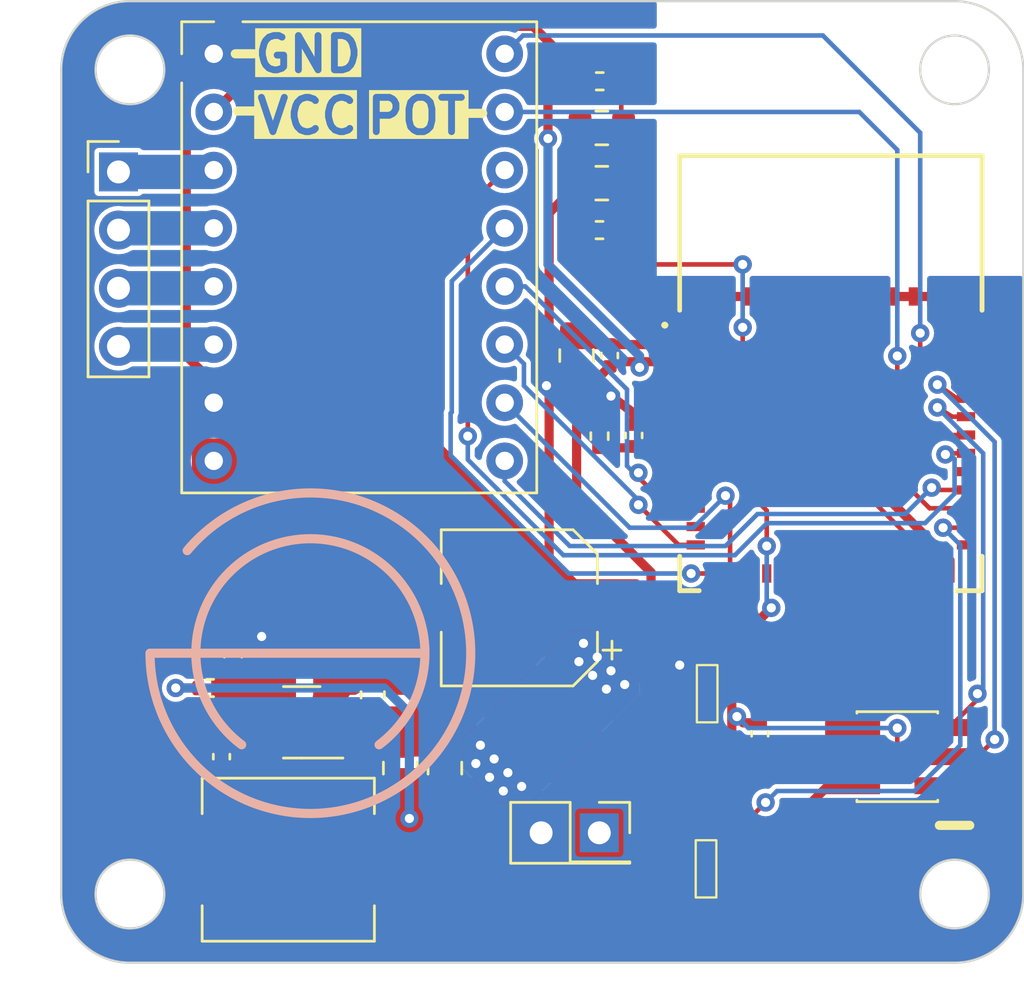
<source format=kicad_pcb>
(kicad_pcb (version 20221018) (generator pcbnew)
  (layers (0 "F.Cu" signal) (31 "B.Cu" signal) (34 "B.Paste" user) (35 "F.Paste" user) (36 "B.SilkS" user "B.Silkscreen") (37 "F.SilkS" user "F.Silkscreen") (38 "B.Mask" user) (39 "F.Mask" user) (44 "Edge.Cuts" user))
  (net 0 "")
  (net 1 "GND")
  (net 2 "+3.3V")
  (net 3 "M_1B")
  (net 4 "M_1A")
  (net 5 "M_2A")
  (net 6 "M_2B")
  (net 7 "MOT_EN")
  (net 8 "MOT_RST")
  (net 9 "MOT_SLEEP")
  (net 10 "MOT_STEP")
  (net 11 "MOT_DIR")
  (net 12 "/BST")
  (net 13 "/SW")
  (net 14 "ESP_EN")
  (net 15 "Button")
  (net 16 "POT")
  (net 17 "ESP_IO0")
  (net 18 "S_LED")
  (net 19 "ESP_RXD")
  (net 20 "ESP_TXD")
  (net 21 "+12V")
  (net 22 "/FB")
  (net 23 "3.3V_EN")
  (net 24 "MS1")
  (net 25 "MS2")
  (net 26 "MS3")
  (net 27 "Net-(D7-A)")
  (net 28 "Net-(D8-A)")
  (footprint "Push_Button:button_RKB2SJK250SMTR LFS" (layer "F.Cu") (at 148.2 90.25 90)
    (fp_text reference "SW7" hide)
    (fp_text value "Reset")
    (pad "1" smd rect (at -2.25 -1.075 90) (size 0.7 0.75) (layers "F.Cu" "F.Paste" "F.Mask") (net 1 "GND"))
    (pad "1" smd rect (at 2.25 -1.075 90) (size 0.7 0.75) (layers "F.Cu" "F.Paste" "F.Mask") (net 1 "GND"))
    (pad "2" smd rect (at -2.25 1.075 90) (size 0.7 0.75) (layers "F.Cu" "F.Paste" "F.Mask") (net 14 "ESP_EN"))
    (pad "2" smd rect (at 2.25 1.075 90) (size 0.7 0.75) (layers "F.Cu" "F.Paste" "F.Mask") (net 14 "ESP_EN"))
  )
  (footprint "Resistor_SMD:R_0402_1005Metric" (layer "F.Cu") (at 143.5 70 180)
    (fp_text reference "R11" hide)
    (fp_text value "5.1k")
    (pad "1" smd roundrect (at -0.51 0 180) (size 0.54 0.64) (layers "F.Cu" "F.Paste" "F.Mask") (net 18 "S_LED"))
    (pad "2" smd roundrect (at 0.51 0 180) (size 0.54 0.64) (layers "F.Cu" "F.Paste" "F.Mask") (net 28 "Net-(D8-A)"))
  )
  (footprint "Capacitor_SMD:C_0402_1005Metric" (layer "F.Cu") (at 145 78.97 90)
    (fp_text reference "C13" hide)
    (fp_text value "1u")
    (pad "1" smd roundrect (at -0.48 0 90) (size 0.56 0.62) (layers "F.Cu" "F.Paste" "F.Mask") (net 14 "ESP_EN"))
    (pad "2" smd roundrect (at 0.48 0 90) (size 0.56 0.62) (layers "F.Cu" "F.Paste" "F.Mask") (net 1 "GND"))
  )
  (footprint "Capacitor_SMD:C_0805_2012Metric" (layer "F.Cu") (at 134.8 93.5 90)
    (fp_text reference "C9" hide)
    (fp_text value "22u")
    (pad "1" smd roundrect (at -0.95 0 90) (size 1 1.45) (layers "F.Cu" "F.Paste" "F.Mask") (net 2 "+3.3V"))
    (pad "2" smd roundrect (at 0.95 0 90) (size 1 1.45) (layers "F.Cu" "F.Paste" "F.Mask") (net 1 "GND"))
  )
  (footprint "Capacitor_SMD:C_0805_2012Metric" (layer "F.Cu") (at 143.6 65.54)
    (fp_text reference "D7" hide)
    (fp_text value "LED")
    (pad "1" smd roundrect (at -0.95 0) (size 1 1.45) (layers "F.Cu" "F.Paste" "F.Mask") (net 1 "GND"))
    (pad "2" smd roundrect (at 0.95 0) (size 1 1.45) (layers "F.Cu" "F.Paste" "F.Mask") (net 27 "Net-(D7-A)"))
  )
  (footprint "Capacitor_SMD:C_0402_1005Metric" (layer "F.Cu") (at 143.94 75.48 90)
    (fp_text reference "C12" hide)
    (fp_text value "0.1u")
    (pad "1" smd roundrect (at -0.48 0 90) (size 0.56 0.62) (layers "F.Cu" "F.Paste" "F.Mask") (net 2 "+3.3V"))
    (pad "2" smd roundrect (at 0.48 0 90) (size 0.56 0.62) (layers "F.Cu" "F.Paste" "F.Mask") (net 1 "GND"))
  )
  (footprint "Capacitor_SMD:C_0402_1005Metric" (layer "F.Cu") (at 150.5 92 -90)
    (fp_text reference "C14" hide)
    (fp_text value "0.1u")
    (pad "1" smd roundrect (at -0.48 0 270) (size 0.56 0.62) (layers "F.Cu" "F.Paste" "F.Mask") (net 14 "ESP_EN"))
    (pad "2" smd roundrect (at 0.48 0 270) (size 0.56 0.62) (layers "F.Cu" "F.Paste" "F.Mask") (net 1 "GND"))
  )
  (footprint "ESP32MINI1N4:ESP32MINI1N4" (layer "F.Cu") (at 153.6 78.95)
    (fp_text reference "IC7" hide)
    (fp_text value "ESP32-C3-MINI-1-N4" hide)
    (pad "1" smd rect (at -5.9 -4.8 90) (size 0.4 0.8) (layers "F.Cu" "F.Paste" "F.Mask") (net 1 "GND"))
    (pad "2" smd rect (at -5.9 -4 90) (size 0.4 0.8) (layers "F.Cu" "F.Paste" "F.Mask") (net 1 "GND"))
    (pad "3" smd rect (at -5.9 -3.2 90) (size 0.4 0.8) (layers "F.Cu" "F.Paste" "F.Mask") (net 2 "+3.3V"))
    (pad "4" smd rect (at -5.9 -2.4 90) (size 0.4 0.8) (layers "F.Cu" "F.Paste" "F.Mask"))
    (pad "5" smd rect (at -5.9 -1.6 90) (size 0.4 0.8) (layers "F.Cu" "F.Paste" "F.Mask"))
    (pad "6" smd rect (at -5.9 -0.8 90) (size 0.4 0.8) (layers "F.Cu" "F.Paste" "F.Mask"))
    (pad "7" smd rect (at -5.9 0 90) (size 0.4 0.8) (layers "F.Cu" "F.Paste" "F.Mask"))
    (pad "8" smd rect (at -5.9 0.8 90) (size 0.4 0.8) (layers "F.Cu" "F.Paste" "F.Mask") (net 14 "ESP_EN"))
    (pad "9" smd rect (at -5.9 1.6 90) (size 0.4 0.8) (layers "F.Cu" "F.Paste" "F.Mask"))
    (pad "10" smd rect (at -5.9 2.4 90) (size 0.4 0.8) (layers "F.Cu" "F.Paste" "F.Mask"))
    (pad "11" smd rect (at -5.9 3.2 90) (size 0.4 0.8) (layers "F.Cu" "F.Paste" "F.Mask") (net 26 "MS3"))
    (pad "12" smd rect (at -5.9 4 90) (size 0.4 0.8) (layers "F.Cu" "F.Paste" "F.Mask"))
    (pad "13" smd rect (at -5.9 4.8 90) (size 0.4 0.8) (layers "F.Cu" "F.Paste" "F.Mask") (net 25 "MS2"))
    (pad "14" smd rect (at -5.2 6.05) (size 0.4 0.8) (layers "F.Cu" "F.Paste" "F.Mask") (net 8 "MOT_RST"))
    (pad "15" smd rect (at -4.4 6.05) (size 0.4 0.8) (layers "F.Cu" "F.Paste" "F.Mask") (net 24 "MS1"))
    (pad "16" smd rect (at -3.6 6.05) (size 0.4 0.8) (layers "F.Cu" "F.Paste" "F.Mask"))
    (pad "17" smd rect (at -2.8 6.05) (size 0.4 0.8) (layers "F.Cu" "F.Paste" "F.Mask"))
    (pad "18" smd rect (at -2 6.05) (size 0.4 0.8) (layers "F.Cu" "F.Paste" "F.Mask") (net 16 "POT"))
    (pad "19" smd rect (at -1.2 6.05) (size 0.4 0.8) (layers "F.Cu" "F.Paste" "F.Mask"))
    (pad "20" smd rect (at -0.4 6.05) (size 0.4 0.8) (layers "F.Cu" "F.Paste" "F.Mask"))
    (pad "21" smd rect (at 0.4 6.05) (size 0.4 0.8) (layers "F.Cu" "F.Paste" "F.Mask") (net 17 "ESP_IO0"))
    (pad "22" smd rect (at 1.2 6.05) (size 0.4 0.8) (layers "F.Cu" "F.Paste" "F.Mask"))
    (pad "23" smd rect (at 2 6.05) (size 0.4 0.8) (layers "F.Cu" "F.Paste" "F.Mask"))
    (pad "24" smd rect (at 2.8 6.05) (size 0.4 0.8) (layers "F.Cu" "F.Paste" "F.Mask"))
    (pad "25" smd rect (at 3.6 6.05) (size 0.4 0.8) (layers "F.Cu" "F.Paste" "F.Mask"))
    (pad "26" smd rect (at 4.4 6.05) (size 0.4 0.8) (layers "F.Cu" "F.Paste" "F.Mask") (net 18 "S_LED"))
    (pad "27" smd rect (at 5.2 6.05) (size 0.4 0.8) (layers "F.Cu" "F.Paste" "F.Mask") (net 1 "GND"))
    (pad "28" smd rect (at 5.9 4.8 90) (size 0.4 0.8) (layers "F.Cu" "F.Paste" "F.Mask"))
    (pad "29" smd rect (at 5.9 4 90) (size 0.4 0.8) (layers "F.Cu" "F.Paste" "F.Mask") (net 15 "Button"))
    (pad "30" smd rect (at 5.9 3.2 90) (size 0.4 0.8) (layers "F.Cu" "F.Paste" "F.Mask") (net 10 "MOT_STEP"))
    (pad "31" smd rect (at 5.9 2.4 90) (size 0.4 0.8) (layers "F.Cu" "F.Paste" "F.Mask") (net 7 "MOT_EN"))
    (pad "32" smd rect (at 5.9 1.6 90) (size 0.4 0.8) (layers "F.Cu" "F.Paste" "F.Mask"))
    (pad "33" smd rect (at 5.9 0.8 90) (size 0.4 0.8) (layers "F.Cu" "F.Paste" "F.Mask") (net 9 "MOT_SLEEP"))
    (pad "34" smd rect (at 5.9 0 90) (size 0.4 0.8) (layers "F.Cu" "F.Paste" "F.Mask") (net 11 "MOT_DIR"))
    (pad "35" smd rect (at 5.9 -0.8 90) (size 0.4 0.8) (layers "F.Cu" "F.Paste" "F.Mask") (net 19 "ESP_RXD"))
    (pad "36" smd rect (at 5.9 -1.6 90) (size 0.4 0.8) (layers "F.Cu" "F.Paste" "F.Mask") (net 20 "ESP_TXD"))
    (pad "37" smd rect (at 5.9 -2.4 90) (size 0.4 0.8) (layers "F.Cu" "F.Paste" "F.Mask"))
    (pad "38" smd rect (at 5.9 -3.2 90) (size 0.4 0.8) (layers "F.Cu" "F.Paste" "F.Mask") (net 1 "GND"))
    (pad "39" smd rect (at 5.9 -4 90) (size 0.4 0.8) (layers "F.Cu" "F.Paste" "F.Mask") (net 1 "GND"))
    (pad "40" smd rect (at 5.9 -4.8 90) (size 0.4 0.8) (layers "F.Cu" "F.Paste" "F.Mask") (net 1 "GND"))
    (pad "41" smd rect (at 5.2 -6.05) (size 0.4 0.8) (layers "F.Cu" "F.Paste" "F.Mask") (net 1 "GND"))
    (pad "42" smd rect (at 4.4 -6.05) (size 0.4 0.8) (layers "F.Cu" "F.Paste" "F.Mask") (net 1 "GND"))
    (pad "43" smd rect (at 3.6 -6.05) (size 0.4 0.8) (layers "F.Cu" "F.Paste" "F.Mask") (net 1 "GND"))
    (pad "44" smd rect (at 2.8 -6.05) (size 0.4 0.8) (layers "F.Cu" "F.Paste" "F.Mask") (net 1 "GND"))
    (pad "45" smd rect (at 2 -6.05) (size 0.4 0.8) (layers "F.Cu" "F.Paste" "F.Mask") (net 1 "GND"))
    (pad "46" smd rect (at 1.2 -6.05) (size 0.4 0.8) (layers "F.Cu" "F.Paste" "F.Mask") (net 1 "GND"))
    (pad "47" smd rect (at 0.4 -6.05) (size 0.4 0.8) (layers "F.Cu" "F.Paste" "F.Mask") (net 1 "GND"))
    (pad "48" smd rect (at -0.4 -6.05) (size 0.4 0.8) (layers "F.Cu" "F.Paste" "F.Mask") (net 1 "GND"))
    (pad "49" smd rect (at -1.2 -6.05) (size 0.4 0.8) (layers "F.Cu" "F.Paste" "F.Mask") (net 1 "GND"))
    (pad "50" smd rect (at -2 -6.05) (size 0.4 0.8) (layers "F.Cu" "F.Paste" "F.Mask") (net 1 "GND"))
    (pad "51" smd rect (at -2.8 -6.05) (size 0.4 0.8) (layers "F.Cu" "F.Paste" "F.Mask") (net 1 "GND"))
    (pad "52" smd rect (at -3.6 -6.05) (size 0.4 0.8) (layers "F.Cu" "F.Paste" "F.Mask") (net 1 "GND"))
    (pad "53" smd rect (at -4.4 -6.05) (size 0.4 0.8) (layers "F.Cu" "F.Paste" "F.Mask") (net 1 "GND"))
    (pad "54" smd rect (at -5.2 -6.05) (size 0.4 0.8) (layers "F.Cu" "F.Paste" "F.Mask") (net 1 "GND"))
    (pad "55" smd rect (at 0 0 90) (size 4 4) (layers "F.Cu" "F.Paste" "F.Mask") (net 1 "GND"))
  )
  (footprint "Connector_PinHeader_1.27mm:PinHeader_2x03_P1.27mm_Vertical_SMD" (layer "F.Cu") (at 156.5 93 180)
    (fp_text reference "J8" hide)
    (fp_text value "UART")
    (pad "1" smd rect (at -1.95 -1.27 180) (size 2.4 0.74) (layers "F.Cu" "F.Paste" "F.Mask") (net 14 "ESP_EN"))
    (pad "2" smd rect (at 1.95 -1.27 180) (size 2.4 0.74) (layers "F.Cu" "F.Paste" "F.Mask") (net 2 "+3.3V"))
    (pad "3" smd rect (at -1.95 0 180) (size 2.4 0.74) (layers "F.Cu" "F.Paste" "F.Mask") (net 20 "ESP_TXD"))
    (pad "4" smd rect (at 1.95 0 180) (size 2.4 0.74) (layers "F.Cu" "F.Paste" "F.Mask") (net 1 "GND"))
    (pad "5" smd rect (at -1.95 1.27 180) (size 2.4 0.74) (layers "F.Cu" "F.Paste" "F.Mask") (net 19 "ESP_RXD"))
    (pad "6" smd rect (at 1.95 1.27 180) (size 2.4 0.74) (layers "F.Cu" "F.Paste" "F.Mask") (net 17 "ESP_IO0"))
  )
  (footprint "Capacitor_SMD:C_0603_1608Metric" (layer "F.Cu") (at 133.6 90.3 -90)
    (fp_text reference "C7" hide)
    (fp_text value "10u")
    (pad "1" smd roundrect (at -0.775 0 270) (size 0.9 0.95) (layers "F.Cu" "F.Paste" "F.Mask") (net 21 "+12V"))
    (pad "2" smd roundrect (at 0.775 0 270) (size 0.9 0.95) (layers "F.Cu" "F.Paste" "F.Mask") (net 1 "GND"))
  )
  (footprint "Resistor_SMD:R_0402_1005Metric" (layer "F.Cu") (at 126.5 90)
    (fp_text reference "R7" hide)
    (fp_text value "31.6k")
    (pad "1" smd roundrect (at -0.51 0) (size 0.54 0.64) (layers "F.Cu" "F.Paste" "F.Mask") (net 2 "+3.3V"))
    (pad "2" smd roundrect (at 0.51 0) (size 0.54 0.64) (layers "F.Cu" "F.Paste" "F.Mask") (net 22 "/FB"))
  )
  (footprint "Resistor_SMD:R_0402_1005Metric" (layer "F.Cu") (at 143.5 79 -90)
    (fp_text reference "R10" hide)
    (fp_text value "10k")
    (pad "1" smd roundrect (at -0.51 0 270) (size 0.54 0.64) (layers "F.Cu" "F.Paste" "F.Mask") (net 2 "+3.3V"))
    (pad "2" smd roundrect (at 0.51 0 270) (size 0.54 0.64) (layers "F.Cu" "F.Paste" "F.Mask") (net 14 "ESP_EN"))
  )
  (footprint "Connector_PinHeader_2.54mm:PinHeader_1x04_P2.54mm_Vertical" (layer "F.Cu") (at 122.5 67.46)
    (fp_text reference "J9" hide)
    (fp_text value "Motor_Header")
    (pad "1" thru_hole rect (at 0 0) (size 1.7 1.7) (drill 1) (layers "*.Cu" "*.Mask") (net 3 "M_1B"))
    (pad "2" thru_hole oval (at 0 2.54) (size 1.7 1.7) (drill 1) (layers "*.Cu" "*.Mask") (net 4 "M_1A"))
    (pad "3" thru_hole oval (at 0 5.08) (size 1.7 1.7) (drill 1) (layers "*.Cu" "*.Mask") (net 5 "M_2A"))
    (pad "4" thru_hole oval (at 0 7.62) (size 1.7 1.7) (drill 1) (layers "*.Cu" "*.Mask") (net 6 "M_2B"))
  )
  (footprint "Capacitor_SMD:C_0402_1005Metric" (layer "F.Cu") (at 127 93 -90)
    (fp_text reference "C8" hide)
    (fp_text value "0.1u")
    (pad "1" smd roundrect (at -0.48 0 270) (size 0.56 0.62) (layers "F.Cu" "F.Paste" "F.Mask") (net 12 "/BST"))
    (pad "2" smd roundrect (at 0.48 0 270) (size 0.56 0.62) (layers "F.Cu" "F.Paste" "F.Mask") (net 13 "/SW"))
  )
  (footprint "Capacitor_SMD:C_0805_2012Metric" (layer "F.Cu") (at 143.6 67.95)
    (fp_text reference "D8" hide)
    (fp_text value "LED")
    (pad "1" smd roundrect (at -0.95 0) (size 1 1.45) (layers "F.Cu" "F.Paste" "F.Mask") (net 1 "GND"))
    (pad "2" smd roundrect (at 0.95 0) (size 1 1.45) (layers "F.Cu" "F.Paste" "F.Mask") (net 28 "Net-(D8-A)"))
  )
  (footprint "Inductor_SMD:L_Sunlord_MWSA0618S" (layer "F.Cu") (at 129.9125 97.5)
    (fp_text reference "L7" hide)
    (fp_text value "3.3u")
    (pad "1" smd rect (at -3.025 0) (size 2.35 3.5) (layers "F.Cu" "F.Paste" "F.Mask") (net 13 "/SW"))
    (pad "2" smd rect (at 3.025 0) (size 2.35 3.5) (layers "F.Cu" "F.Paste" "F.Mask") (net 2 "+3.3V"))
  )
  (footprint "Capacitor_SMD:CP_Elec_6.3x5.9" (layer "F.Cu") (at 140 86.5 180)
    (fp_text reference "C16" hide)
    (fp_text value "47u")
    (pad "1" smd roundrect (at -2.8 0 180) (size 3.5 1.6) (layers "F.Cu" "F.Paste" "F.Mask") (roundrect_rratio 0.15625) (net 1 "GND"))
    (pad "2" smd roundrect (at 2.8 0 180) (size 3.5 1.6) (layers "F.Cu" "F.Paste" "F.Mask") (roundrect_rratio 0.15625) (net 21 "+12V"))
  )
  (footprint "Capacitor_SMD:C_0805_2012Metric" (layer "F.Cu") (at 142.5 75.48 90)
    (fp_text reference "C11" hide)
    (fp_text value "22u")
    (pad "1" smd roundrect (at -0.95 0 90) (size 1 1.45) (layers "F.Cu" "F.Paste" "F.Mask") (net 2 "+3.3V"))
    (pad "2" smd roundrect (at 0.95 0 90) (size 1 1.45) (layers "F.Cu" "F.Paste" "F.Mask") (net 1 "GND"))
  )
  (footprint "Connector_PinSocket_2.54mm:PinSocket_2x01_P2.54mm_Vertical" (layer "F.Cu") (at 143.49 96.325)
    (fp_text reference "J7" hide)
    (fp_text value "Power")
    (pad "1" thru_hole rect (at 0 0) (size 1.7 1.7) (drill 1) (layers "*.Cu" "*.Mask") (net 21 "+12V"))
    (pad "2" thru_hole oval (at -2.54 0) (size 1.7 1.7) (drill 1) (layers "*.Cu" "*.Mask") (net 1 "GND"))
  )
  (footprint "Package_TO_SOT_SMD:TSOT-23-6" (layer "F.Cu") (at 130.5 91.5 180)
    (fp_text reference "U7" hide)
    (fp_text value "~")
    (pad "1" smd roundrect (at -1.1375 -0.95 180) (size 1.325 0.6) (layers "F.Cu" "F.Paste" "F.Mask") (net 1 "GND"))
    (pad "2" smd roundrect (at -1.1375 0 180) (size 1.325 0.6) (layers "F.Cu" "F.Paste" "F.Mask") (net 13 "/SW"))
    (pad "3" smd roundrect (at -1.1375 0.95 180) (size 1.325 0.6) (layers "F.Cu" "F.Paste" "F.Mask") (net 21 "+12V"))
    (pad "4" smd roundrect (at 1.1375 0.95 180) (size 1.325 0.6) (layers "F.Cu" "F.Paste" "F.Mask") (net 22 "/FB"))
    (pad "5" smd roundrect (at 1.1375 0 180) (size 1.325 0.6) (layers "F.Cu" "F.Paste" "F.Mask") (net 23 "3.3V_EN"))
    (pad "6" smd roundrect (at 1.1375 -0.95 180) (size 1.325 0.6) (layers "F.Cu" "F.Paste" "F.Mask") (net 12 "/BST"))
  )
  (footprint "Module:Pololu_Breakout-16_15.2x20.3mm" (layer "F.Cu") (at 126.66 62.3)
    (fp_text reference "A7" hide)
    (fp_text value "Pololu_Breakout_A4988")
    (pad "1" thru_hole rect (at 0 0) (size 1.6 1.6) (drill 0.8) (layers "*.Cu" "*.Mask") (net 1 "GND"))
    (pad "2" thru_hole oval (at 0 2.54) (size 1.6 1.6) (drill 0.8) (layers "*.Cu" "*.Mask") (net 2 "+3.3V"))
    (pad "3" thru_hole oval (at 0 5.08) (size 1.6 1.6) (drill 0.8) (layers "*.Cu" "*.Mask") (net 3 "M_1B"))
    (pad "4" thru_hole oval (at 0 7.62) (size 1.6 1.6) (drill 0.8) (layers "*.Cu" "*.Mask") (net 4 "M_1A"))
    (pad "5" thru_hole oval (at 0 10.16) (size 1.6 1.6) (drill 0.8) (layers "*.Cu" "*.Mask") (net 5 "M_2A"))
    (pad "6" thru_hole oval (at 0 12.7) (size 1.6 1.6) (drill 0.8) (layers "*.Cu" "*.Mask") (net 6 "M_2B"))
    (pad "7" thru_hole oval (at 0 15.24) (size 1.6 1.6) (drill 0.8) (layers "*.Cu" "*.Mask") (net 1 "GND"))
    (pad "8" thru_hole oval (at 0 17.78) (size 1.6 1.6) (drill 0.8) (layers "*.Cu" "*.Mask") (net 21 "+12V"))
    (pad "9" thru_hole oval (at 12.7 17.78) (size 1.6 1.6) (drill 0.8) (layers "*.Cu" "*.Mask") (net 7 "MOT_EN"))
    (pad "10" thru_hole oval (at 12.7 15.24) (size 1.6 1.6) (drill 0.8) (layers "*.Cu" "*.Mask") (net 24 "MS1"))
    (pad "11" thru_hole oval (at 12.7 12.7) (size 1.6 1.6) (drill 0.8) (layers "*.Cu" "*.Mask") (net 25 "MS2"))
    (pad "12" thru_hole oval (at 12.7 10.16) (size 1.6 1.6) (drill 0.8) (layers "*.Cu" "*.Mask") (net 26 "MS3"))
    (pad "13" thru_hole oval (at 12.7 7.62) (size 1.6 1.6) (drill 0.8) (layers "*.Cu" "*.Mask") (net 8 "MOT_RST"))
    (pad "14" thru_hole oval (at 12.7 5.08) (size 1.6 1.6) (drill 0.8) (layers "*.Cu" "*.Mask") (net 9 "MOT_SLEEP"))
    (pad "15" thru_hole oval (at 12.7 2.54) (size 1.6 1.6) (drill 0.8) (layers "*.Cu" "*.Mask") (net 10 "MOT_STEP"))
    (pad "16" thru_hole oval (at 12.7 0) (size 1.6 1.6) (drill 0.8) (layers "*.Cu" "*.Mask") (net 11 "MOT_DIR"))
  )
  (footprint "Push_Button:button_RKB2SJK250SMTR LFS" (layer "F.Cu") (at 148.2 97.9 90)
    (fp_text reference "SW8" hide)
    (fp_text value "General Input")
    (pad "1" smd rect (at -2.25 -1.125 90) (size 0.7 0.75) (layers "F.Cu" "F.Paste" "F.Mask") (net 1 "GND"))
    (pad "1" smd rect (at 2.25 -1.125 90) (size 0.7 0.75) (layers "F.Cu" "F.Paste" "F.Mask") (net 1 "GND"))
    (pad "2" smd rect (at -2.25 1.025 90) (size 0.7 0.75) (layers "F.Cu" "F.Paste" "F.Mask") (net 15 "Button"))
    (pad "2" smd rect (at 2.25 1.025 90) (size 0.7 0.75) (layers "F.Cu" "F.Paste" "F.Mask") (net 15 "Button"))
  )
  (footprint "Resistor_SMD:R_0402_1005Metric" (layer "F.Cu") (at 127.5 88.5 90)
    (fp_text reference "R8" hide)
    (fp_text value "10k")
    (pad "1" smd roundrect (at -0.51 0 90) (size 0.54 0.64) (layers "F.Cu" "F.Paste" "F.Mask") (net 22 "/FB"))
    (pad "2" smd roundrect (at 0.51 0 90) (size 0.54 0.64) (layers "F.Cu" "F.Paste" "F.Mask") (net 1 "GND"))
  )
  (footprint "Capacitor_SMD:C_0805_2012Metric" (layer "F.Cu") (at 136.75 93.5 90)
    (fp_text reference "C10" hide)
    (fp_text value "22u")
    (pad "1" smd roundrect (at -0.95 0 90) (size 1 1.45) (layers "F.Cu" "F.Paste" "F.Mask") (net 2 "+3.3V"))
    (pad "2" smd roundrect (at 0.95 0 90) (size 1 1.45) (layers "F.Cu" "F.Paste" "F.Mask") (net 1 "GND"))
  )
  (footprint "Resistor_SMD:R_0402_1005Metric" (layer "F.Cu") (at 143.51 63.5)
    (fp_text reference "R9" hide)
    (fp_text value "5.1k")
    (pad "1" smd roundrect (at -0.51 0) (size 0.54 0.64) (layers "F.Cu" "F.Paste" "F.Mask") (net 2 "+3.3V"))
    (pad "2" smd roundrect (at 0.51 0) (size 0.54 0.64) (layers "F.Cu" "F.Paste" "F.Mask") (net 27 "Net-(D7-A)"))
  )
  (gr_line (start 135.877549 88.481291) (end 123.877549 88.481291) (stroke (width 0.4)) (layer "B.SilkS"))
  (gr_arc (start 127.877549 92.481291) (mid 130.877549 83.481293) (end 133.877549 92.481291) (stroke (width 0.4)) (layer "B.SilkS"))
  (gr_arc (start 125.5 84) (mid 137.459444 90.864266) (end 123.877549 88.481291) (stroke (width 0.4)) (layer "B.SilkS"))
  (gr_line (start 137.6 64.9) (end 138.4 64.9) (stroke (width 0.4)) (layer "F.SilkS"))
  (gr_line (start 127.6 62.3) (end 128.4 62.3) (stroke (width 0.4)) (layer "F.SilkS"))
  (gr_line (start 127.7 64.8) (end 128.5 64.8) (stroke (width 0.4)) (layer "F.SilkS"))
  (gr_arc (start 159 60) (mid 161.12132 60.87868) (end 162 63) (stroke (width 0.1)) (layer "Edge.Cuts"))
  (gr_circle (center 123 63) (end 123 61.5) (stroke (width 0.1)) (fill none) (layer "Edge.Cuts"))
  (gr_circle (center 158.999999 98.999999) (end 160.499999 98.999999) (stroke (width 0.1)) (fill none) (layer "Edge.Cuts"))
  (gr_line (start 120 63) (end 120 99) (stroke (width 0.1)) (layer "Edge.Cuts"))
  (gr_arc (start 120 63) (mid 120.87868 60.87868) (end 123 60) (stroke (width 0.1)) (layer "Edge.Cuts"))
  (gr_arc (start 162 99) (mid 161.12132 101.12132) (end 159 102) (stroke (width 0.1)) (layer "Edge.Cuts"))
  (gr_line (start 162 99) (end 162 63) (stroke (width 0.1)) (layer "Edge.Cuts"))
  (gr_line (start 123 102) (end 159 102) (stroke (width 0.1)) (layer "Edge.Cuts"))
  (gr_circle (center 123.000001 98.999999) (end 124.500001 98.999999) (stroke (width 0.1)) (fill none) (layer "Edge.Cuts"))
  (gr_circle (center 158.999999 63.000001) (end 160.499999 63.000001) (stroke (width 0.1)) (fill none) (layer "Edge.Cuts"))
  (gr_line (start 159 60) (end 123 60) (stroke (width 0.1)) (layer "Edge.Cuts"))
  (gr_arc (start 123 102) (mid 120.87868 101.12132) (end 120 99) (stroke (width 0.1)) (layer "Edge.Cuts"))
  (gr_text "POT" (at 133.2 65.9) (layer "F.SilkS" knockout) (effects (font (size 1.5 1.5) (thickness 0.3) bold) (justify left bottom)))
  (gr_text "VCC" (at 128.4 65.9) (layer "F.SilkS" knockout) (effects (font (size 1.5 1.5) (thickness 0.3) bold) (justify left bottom)))
  (gr_text "GND" (at 128.3 63.2) (layer "F.SilkS" knockout) (effects (font (size 1.5 1.5) (thickness 0.3) bold) (justify left bottom)))
  (segment (start 142.5 75) (end 143.94 75) (width 0.4) (layer "F.Cu") (net 1))
  (segment (start 126.66 62.3) (end 126.45 62.3) (width 0.4) (layer "F.Cu") (net 1))
  (segment (start 141.25 75.15) (end 141.3 75.2) (width 0.4) (layer "F.Cu") (net 1))
  (segment (start 148.25 72.9) (end 147.7 73.45) (width 0.4) (layer "F.Cu") (net 1))
  (segment (start 143.94 75) (end 147.65 75) (width 0.4) (layer "F.Cu") (net 1))
  (segment (start 127.5 87.99) (end 128.51 87.99) (width 0.4) (layer "F.Cu") (net 1))
  (segment (start 128.51 87.99) (end 128.75 87.75) (width 0.4) (layer "F.Cu") (net 1))
  (segment (start 147.125 88) (end 147.2 88) (width 0.4) (layer "F.Cu") (net 1))
  (segment (start 147.2 88.8) (end 147 89) (width 0.4) (layer "F.Cu") (net 1))
  (segment (start 158.8 72.9) (end 159.4 72.9) (width 0.4) (layer "F.Cu") (net 1))
  (segment (start 141.4 75) (end 141.25 75.15) (width 0.4) (layer "F.Cu") (net 1))
  (segment (start 127.712943 77.75) (end 127.75 77.75) (width 0.4) (layer "F.Cu") (net 1))
  (segment (start 153.6 78.95) (end 153.6 73.3) (width 0.4) (layer "F.Cu") (net 1))
  (segment (start 145 78) (end 144 77.25) (width 0.4) (layer "F.Cu") (net 1))
  (segment (start 149.093675 94) (end 150.5 92.593675) (width 0.4) (layer "F.Cu") (net 1))
  (segment (start 143.5 86.5) (end 142.8 86.5) (width 0.4) (layer "F.Cu") (net 1))
  (segment (start 125.46 63.29) (end 125.46 75.497057) (width 0.4) (layer "F.Cu") (net 1))
  (segment (start 141.3 75.1) (end 141.25 75.15) (width 0.4) (layer "F.Cu") (net 1))
  (segment (start 147 89) (end 147 92.375) (width 0.4) (layer "F.Cu") (net 1))
  (segment (start 151.02 93) (end 154.55 93) (width 0.4) (layer "F.Cu") (net 1))
  (segment (start 147.125 89.125) (end 147 89) (width 0.4) (layer "F.Cu") (net 1))
  (segment (start 125.46 75.497057) (end 127.712943 77.75) (width 0.4) (layer "F.Cu") (net 1))
  (segment (start 147.075 95.65) (end 147.075 100.15) (width 0.4) (layer "F.Cu") (net 1))
  (segment (start 126.45 62.3) (end 125.46 63.29) (width 0.4) (layer "F.Cu") (net 1))
  (segment (start 153.6 79.231371) (end 153.6 78.95) (width 0.4) (layer "F.Cu") (net 1))
  (segment (start 145 78.49) (end 145 78) (width 0.4) (layer "F.Cu") (net 1))
  (segment (start 147.65 75) (end 147.7 74.95) (width 0.4) (layer "F.Cu") (net 1))
  (segment (start 147.125 94) (end 147.125 95.6) (width 0.4) (layer "F.Cu") (net 1))
  (segment (start 141.4 75) (end 142.5 75) (width 0.4) (layer "F.Cu") (net 1))
  (segment (start 150.5 92.48) (end 151.02 93) (width 0.4) (layer "F.Cu") (net 1))
  (segment (start 148.4 72.9) (end 148.25 72.9) (width 0.4) (layer "F.Cu") (net 1))
  (segment (start 147.125 95.6) (end 147.075 95.65) (width 0.4) (layer "F.Cu") (net 1))
  (segment (start 159.4 72.9) (end 159.5 73) (width 0.4) (layer "F.Cu") (net 1))
  (segment (start 150.5 92.593675) (end 150.5 92.48) (width 0.4) (layer "F.Cu") (net 1))
  (segment (start 147.2 88) (end 147.2 88.8) (width 0.4) (layer "F.Cu") (net 1))
  (segment (start 141.3 84.45) (end 141.25 84.5) (width 0.4) (layer "F.Cu") (net 1))
  (segment (start 142.55 68) (end 141.3 69.25) (width 0.4) (layer "F.Cu") (net 1))
  (segment (start 158.8 84.431371) (end 153.6 79.231371) (width 0.4) (layer "F.Cu") (net 1))
  (segment (start 147.7 73.45) (end 147.7 74.15) (width 0.4) (layer "F.Cu") (net 1))
  (segment (start 159.5 73) (end 159.5 74.15) (width 0.4) (layer "F.Cu") (net 1))
  (segment (start 147.125 92.5) (end 147.125 94) (width 0.4) (layer "F.Cu") (net 1))
  (segment (start 147 89) (end 147.25 89) (width 0.4) (layer "F.Cu") (net 1))
  (segment (start 141.3 69.25) (end 141.3 75.1) (width 0.4) (layer "F.Cu") (net 1))
  (segment (start 158.8 85) (end 158.8 84.431371) (width 0.4) (layer "F.Cu") (net 1))
  (segment (start 142.55 65.5) (end 142.55 68) (width 0.4) (layer "F.Cu") (net 1))
  (segment (start 147.125 94) (end 149.093675 94) (width 0.4) (layer "F.Cu") (net 1))
  (segment (start 158.8 72.9) (end 148.4 72.9) (width 0.4) (layer "F.Cu") (net 1))
  (segment (start 153.6 73.3) (end 153.2 72.9) (width 0.4) (layer "F.Cu") (net 1))
  (segment (start 147 92.375) (end 147.125 92.5) (width 0.4) (layer "F.Cu") (net 1))
  (segment (start 141.3 75.2) (end 141.3 84.45) (width 0.4) (layer "F.Cu") (net 1))
  (segment (start 159.5 75.75) (end 159.5 74.15) (width 0.4) (layer "F.Cu") (net 1))
  (segment (start 147.7 74.95) (end 147.7 74.15) (width 0.4) (layer "F.Cu") (net 1))
  (via (at 143.8 90.05) (size 0.8) (drill 0.4) (layers "F.Cu" "B.Cu") (net 1))
  (via (at 140.1 94.3) (size 0.8) (drill 0.4) (layers "F.Cu" "B.Cu") (net 1))
  (via (at 139.3 94.5) (size 0.8) (drill 0.4) (layers "F.Cu" "B.Cu") (net 1))
  (via (at 139.5 93.7) (size 0.8) (drill 0.4) (layers "F.Cu" "B.Cu") (net 1))
  (via (at 147 89) (size 0.8) (drill 0.4) (layers "F.Cu" "B.Cu") (net 1))
  (via (at 138.9 93.1) (size 0.8) (drill 0.4) (layers "F.Cu" "B.Cu") (net 1))
  (via (at 141.183724 76.79448) (size 0.8) (drill 0.4) (layers "F.Cu" "B.Cu") (net 1))
  (via (at 144 77.25) (size 0.8) (drill 0.4) (layers "F.Cu" "B.Cu") (net 1))
  (via (at 143.4 88.65) (size 0.8) (drill 0.4) (layers "F.Cu" "B.Cu") (net 1))
  (via (at 144 89.25) (size 0.8) (drill 0.4) (layers "F.Cu" "B.Cu") (net 1))
  (via (at 142.6 88.85) (size 0.8) (drill 0.4) (layers "F.Cu" "B.Cu") (net 1))
  (via (at 138.3 92.5) (size 0.8) (drill 0.4) (layers "F.Cu" "B.Cu") (net 1))
  (via (at 128.75 87.75) (size 0.8) (drill 0.4) (layers "F.Cu" "B.Cu") (net 1))
  (via (at 138.7 93.9) (size 0.8) (drill 0.4) (layers "F.Cu" "B.Cu") (net 1))
  (via (at 144.6 89.85) (size 0.8) (drill 0.4) (layers "F.Cu" "B.Cu") (net 1))
  (via (at 138.1 93.3) (size 0.8) (drill 0.4) (layers "F.Cu" "B.Cu") (net 1))
  (via (at 142.8 88.05) (size 0.8) (drill 0.4) (layers "F.Cu" "B.Cu") (net 1))
  (via (at 143.2 89.45) (size 0.8) (drill 0.4) (layers "F.Cu" "B.Cu") (net 1))
  (segment (start 144.85 89) (end 143.8 90.05) (width 0.4) (layer "B.Cu") (net 1))
  (segment (start 141.183724 76.79448) (end 141.639244 77.25) (width 0.4) (layer "B.Cu") (net 1))
  (segment (start 135.5 87.75) (end 139.75 92) (width 0.4) (layer "B.Cu") (net 1))
  (segment (start 128.75 87.75) (end 135.5 87.75) (width 0.4) (layer "B.Cu") (net 1))
  (segment (start 141.639244 77.25) (end 144 77.25) (width 0.4) (layer "B.Cu") (net 1))
  (segment (start 147 89) (end 144.85 89) (width 0.4) (layer "B.Cu") (net 1))
  (segment (start 142.5 77.5) (end 142.5 76.43) (width 0.4) (layer "F.Cu") (net 2))
  (segment (start 144.25 99.25) (end 139.5 99.25) (width 0.4) (layer "F.Cu") (net 2))
  (segment (start 130.65 61.1) (end 140.6 61.1) (width 0.4) (layer "F.Cu") (net 2))
  (segment (start 146.2 101.2) (end 144.25 99.25) (width 0.4) (layer "F.Cu") (net 2))
  (segment (start 125.99 90) (end 125 90) (width 0.4) (layer "F.Cu") (net 2))
  (segment (start 144.15 75.75) (end 143.94 75.96) (width 0.4) (layer "F.Cu") (net 2))
  (segment (start 154.55 94.27) (end 153.48 94.27) (width 0.4) (layer "F.Cu") (net 2))
  (segment (start 142.5 76.43) (end 143.47 76.43) (width 0.4) (layer "F.Cu") (net 2))
  (segment (start 147.7 75.75) (end 145.5 75.75) (width 0.4) (layer "F.Cu") (net 2))
  (segment (start 143.5 78.49) (end 143.49 78.49) (width 0.4) (layer "F.Cu") (net 2))
  (segment (start 142.5 77.5) (end 142.5 81.7) (width 0.4) (layer "F.Cu") (net 2))
  (segment (start 150.4 100.4) (end 150.4 100.5) (width 0.4) (layer "F.Cu") (net 2))
  (segment (start 149.7 101.2) (end 146.2 101.2) (width 0.4) (layer "F.Cu") (net 2))
  (segment (start 128.5 63.25) (end 130.65 61.1) (width 0.4) (layer "F.Cu") (net 2))
  (segment (start 145.25 76) (end 145 75.75) (width 0.4) (layer "F.Cu") (net 2))
  (segment (start 126.66 64.84) (end 128.25 63.25) (width 0.4) (layer "F.Cu") (net 2))
  (segment (start 141.25 63.25) (end 141.25 66) (width 0.4) (layer "F.Cu") (net 2))
  (segment (start 150.4 100.5) (end 149.7 101.2) (width 0.4) (layer "F.Cu") (net 2))
  (segment (start 150.75 97) (end 150.75 100.05) (width 0.4) (layer "F.Cu") (net 2))
  (segment (start 140.6 61.1) (end 142 62.5) (width 0.4) (layer "F.Cu") (net 2))
  (segment (start 145 75.75) (end 144.15 75.75) (width 0.4) (layer "F.Cu") (net 2))
  (segment (start 139.5 99.25) (end 136.75 96.5) (width 0.4) (layer "F.Cu") (net 2))
  (segment (start 145.5 75.75) (end 145.25 76) (width 0.4) (layer "F.Cu") (net 2))
  (segment (start 128.25 63.25) (end 128.5 63.25) (width 0.4) (layer "F.Cu") (net 2))
  (segment (start 145.75 97.75) (end 144.25 99.25) (width 0.4) (layer "F.Cu") (net 2))
  (segment (start 142 62.5) (end 143 63.5) (width 0.4) (layer "F.Cu") (net 2))
  (segment (start 150.75 100.05) (end 150.4 100.4) (width 0.4) (layer "F.Cu") (net 2))
  (segment (start 143.47 76.43) (end 143.94 75.96) (width 0.4) (layer "F.Cu") (net 2))
  (segment (start 142 62.5) (end 141.25 63.25) (width 0.4) (layer "F.Cu") (net 2))
  (segment (start 143.49 78.49) (end 142.5 77.5) (width 0.4) (layer "F.Cu") (net 2))
  (segment (start 145.75 84.95) (end 145.75 97.75) (width 0.4) (layer "F.Cu") (net 2))
  (segment (start 142.5 81.7) (end 145.75 84.95) (width 0.4) (layer "F.Cu") (net 2))
  (segment (start 153.48 94.27) (end 150.75 97) (width 0.4) (layer "F.Cu") (net 2))
  (via (at 135.2 95.7) (size 0.8) (drill 0.4) (layers "F.Cu" "B.Cu") (net 2))
  (via (at 141.25 66) (size 0.8) (drill 0.4) (layers "F.Cu" "B.Cu") (net 2))
  (via (at 125 90) (size 0.8) (drill 0.4) (layers "F.Cu" "B.Cu") (net 2))
  (via (at 145.25 76) (size 0.8) (drill 0.4) (layers "F.Cu" "B.Cu") (net 2))
  (segment (start 135.2 95.7) (end 135.2 91.1) (width 0.4) (layer "B.Cu") (net 2))
  (segment (start 145.25 76) (end 145.25 75.5) (width 0.4) (layer "B.Cu") (net 2))
  (segment (start 134.1 90) (end 125 90) (width 0.4) (layer "B.Cu") (net 2))
  (segment (start 141.25 71.5) (end 141.25 66) (width 0.4) (layer "B.Cu") (net 2))
  (segment (start 145.25 75.5) (end 141.25 71.5) (width 0.4) (layer "B.Cu") (net 2))
  (segment (start 135.2 91.1) (end 134.1 90) (width 0.4) (layer "B.Cu") (net 2))
  (segment (start 122.5 67.46) (end 126.58 67.46) (width 1.5) (layer "B.Cu") (net 3))
  (segment (start 126.58 67.46) (end 126.66 67.38) (width 0.4) (layer "B.Cu") (net 3))
  (segment (start 126.66 69.92) (end 122.58 69.92) (width 1.5) (layer "B.Cu") (net 4))
  (segment (start 122.58 69.92) (end 122.5 70) (width 0.4) (layer "B.Cu") (net 4))
  (segment (start 122.5 72.54) (end 126.58 72.54) (width 1.5) (layer "B.Cu") (net 5))
  (segment (start 126.58 72.54) (end 126.66 72.46) (width 0.4) (layer "B.Cu") (net 5))
  (segment (start 126.66 75) (end 122.58 75) (width 1.5) (layer "B.Cu") (net 6))
  (segment (start 122.58 75) (end 122.5 75.08) (width 0.4) (layer "B.Cu") (net 6))
  (segment (start 158.1 81.35) (end 158 81.25) (width 0.2) (layer "F.Cu") (net 7))
  (segment (start 159.5 81.35) (end 158.1 81.35) (width 0.2) (layer "F.Cu") (net 7))
  (via (at 158 81.25) (size 0.8) (drill 0.4) (layers "F.Cu" "B.Cu") (net 7))
  (segment (start 149 83.8) (end 150.4 82.4) (width 0.2) (layer "B.Cu") (net 7))
  (segment (start 139.36 80.08) (end 139.36 80.96) (width 0.2) (layer "B.Cu") (net 7))
  (segment (start 156.85 82.4) (end 158 81.25) (width 0.2) (layer "B.Cu") (net 7))
  (segment (start 150.4 82.4) (end 156.85 82.4) (width 0.2) (layer "B.Cu") (net 7))
  (segment (start 139.36 80.96) (end 142.2 83.8) (width 0.2) (layer "B.Cu") (net 7))
  (segment (start 142.2 83.8) (end 149 83.8) (width 0.2) (layer "B.Cu") (net 7))
  (segment (start 148.4 85) (end 147.5 85) (width 0.2) (layer "F.Cu") (net 8))
  (via (at 147.5 85) (size 0.8) (drill 0.4) (layers "F.Cu" "B.Cu") (net 8))
  (segment (start 137.05 77.95) (end 137.05 72.23) (width 0.2) (layer "B.Cu") (net 8))
  (segment (start 142.158679 85) (end 137 79.841321) (width 0.2) (layer "B.Cu") (net 8))
  (segment (start 137 79.841321) (end 137 78) (width 0.2) (layer "B.Cu") (net 8))
  (segment (start 137.05 72.23) (end 139.36 69.92) (width 0.2) (layer "B.Cu") (net 8))
  (segment (start 147.5 85) (end 142.158679 85) (width 0.2) (layer "B.Cu") (net 8))
  (segment (start 137 78) (end 137.05 77.95) (width 0.2) (layer "B.Cu") (net 8))
  (segment (start 137.75 68.99) (end 137.75 79) (width 0.2) (layer "F.Cu") (net 9))
  (segment (start 158.65 79.75) (end 158.6 79.8) (width 0.2) (layer "F.Cu") (net 9))
  (segment (start 139.36 67.38) (end 137.75 68.99) (width 0.2) (layer "F.Cu") (net 9))
  (segment (start 159.5 79.75) (end 158.65 79.75) (width 0.2) (layer "F.Cu") (net 9))
  (via (at 158.6 79.8) (size 0.8) (drill 0.4) (layers "F.Cu" "B.Cu") (net 9))
  (via (at 137.75 79) (size 0.8) (drill 0.4) (layers "F.Cu" "B.Cu") (net 9))
  (segment (start 150.81005 82.8) (end 157.71005 82.8) (width 0.2) (layer "B.Cu") (net 9))
  (segment (start 158.8 79.8) (end 158.6 79.8) (width 0.2) (layer "B.Cu") (net 9))
  (segment (start 137.75 80.025635) (end 141.924365 84.2) (width 0.2) (layer "B.Cu") (net 9))
  (segment (start 159 80) (end 158.8 79.8) (width 0.2) (layer "B.Cu") (net 9))
  (segment (start 157.71005 82.8) (end 159 81.51005) (width 0.2) (layer "B.Cu") (net 9))
  (segment (start 141.924365 84.2) (end 149.41005 84.2) (width 0.2) (layer "B.Cu") (net 9))
  (segment (start 149.41005 84.2) (end 150.81005 82.8) (width 0.2) (layer "B.Cu") (net 9))
  (segment (start 159 81.51005) (end 159 80) (width 0.2) (layer "B.Cu") (net 9))
  (segment (start 137.75 79) (end 137.75 80.025635) (width 0.2) (layer "B.Cu") (net 9))
  (segment (start 156.5 80.73995) (end 156.5 75.5) (width 0.2) (layer "F.Cu") (net 10))
  (segment (start 159.5 82.15) (end 157.91005 82.15) (width 0.2) (layer "F.Cu") (net 10))
  (segment (start 157.91005 82.15) (end 156.5 80.73995) (width 0.2) (layer "F.Cu") (net 10))
  (via (at 156.5 75.5) (size 0.8) (drill 0.4) (layers "F.Cu" "B.Cu") (net 10))
  (segment (start 154.84 64.84) (end 156.5 66.5) (width 0.2) (layer "B.Cu") (net 10))
  (segment (start 139.36 64.84) (end 154.84 64.84) (width 0.2) (layer "B.Cu") (net 10))
  (segment (start 156.5 66.5) (end 156.5 75.5) (width 0.2) (layer "B.Cu") (net 10))
  (segment (start 159.5 78.95) (end 158.46005 78.95) (width 0.2) (layer "F.Cu") (net 11))
  (segment (start 158.46005 78.95) (end 157.5 77.98995) (width 0.2) (layer "F.Cu") (net 11))
  (segment (start 157.5 77.98995) (end 157.5 74.5) (width 0.2) (layer "F.Cu") (net 11))
  (via (at 157.5 74.5) (size 0.8) (drill 0.4) (layers "F.Cu" "B.Cu") (net 11))
  (segment (start 157.5 65.75) (end 153.250001 61.500001) (width 0.2) (layer "B.Cu") (net 11))
  (segment (start 157.5 74.5) (end 157.5 65.75) (width 0.2) (layer "B.Cu") (net 11))
  (segment (start 140.159999 61.500001) (end 139.36 62.3) (width 0.2) (layer "B.Cu") (net 11))
  (segment (start 153.250001 61.500001) (end 140.159999 61.500001) (width 0.2) (layer "B.Cu") (net 11))
  (segment (start 127.07 92.45) (end 127 92.52) (width 0.4) (layer "F.Cu") (net 12))
  (segment (start 129.3625 92.45) (end 127.07 92.45) (width 0.4) (layer "F.Cu") (net 12))
  (segment (start 149.5 88) (end 151 86.5) (width 0.4) (layer "F.Cu") (net 14))
  (segment (start 145.3 79.75) (end 147.7 79.75) (width 0.4) (layer "F.Cu") (net 14))
  (segment (start 150.8 82.25) (end 148.3 79.75) (width 0.2) (layer "F.Cu") (net 14))
  (segment (start 143.5 79.51) (end 144.94 79.51) (width 0.4) (layer "F.Cu") (net 14))
  (segment (start 149.275 92.5) (end 149.275 88) (width 0.4) (layer "F.Cu") (net 14))
  (segment (start 156.5 91.75) (end 156.5 93.25) (width 0.2) (layer "F.Cu") (net 14))
  (segment (start 149.77 91.52) (end 149.5 91.25) (width 0.4) (layer "F.Cu") (net 14))
  (segment (start 149.275 88) (end 149.5 88) (width 0.4) (layer "F.Cu") (net 14))
  (segment (start 150.8 83.8) (end 150.8 82.25) (width 0.2) (layer "F.Cu") (net 14))
  (segment (start 145 79.45) (end 145.3 79.75) (width 0.4) (layer "F.Cu") (net 14))
  (segment (start 156.5 93.25) (end 157.52 94.27) (width 0.2) (layer "F.Cu") (net 14))
  (segment (start 148.3 79.75) (end 147.7 79.75) (width 0.2) (layer "F.Cu") (net 14))
  (segment (start 157.52 94.27) (end 158.45 94.27) (width 0.2) (layer "F.Cu") (net 14))
  (segment (start 144.94 79.51) (end 145 79.45) (width 0.4) (layer "F.Cu") (net 14))
  (segment (start 150.5 91.52) (end 149.77 91.52) (width 0.4) (layer "F.Cu") (net 14))
  (via (at 156.5 91.75) (size 0.8) (drill 0.4) (layers "F.Cu" "B.Cu") (net 14))
  (via (at 151 86.5) (size 0.8) (drill 0.4) (layers "F.Cu" "B.Cu") (net 14))
  (via (at 150.8 83.8) (size 0.8) (drill 0.4) (layers "F.Cu" "B.Cu") (net 14))
  (via (at 149.5 91.25) (size 0.8) (drill 0.4) (layers "F.Cu" "B.Cu") (net 14))
  (segment (start 156.5 91.75) (end 150 91.75) (width 0.2) (layer "B.Cu") (net 14))
  (segment (start 150.8 86.3) (end 150.8 83.8) (width 0.2) (layer "B.Cu") (net 14))
  (segment (start 150 91.75) (end 149.5 91.25) (width 0.2) (layer "B.Cu") (net 14))
  (segment (start 151 86.5) (end 150.8 86.3) (width 0.2) (layer "B.Cu") (net 14))
  (segment (start 149.225 100.15) (end 149.225 95.65) (width 0.4) (layer "F.Cu") (net 15))
  (segment (start 149.225 95.65) (end 150.1 95.65) (width 0.2) (layer "F.Cu") (net 15))
  (segment (start 159.5 82.95) (end 159.5 83) (width 0.2) (layer "F.Cu") (net 15))
  (segment (start 149.25 95.65) (end 149.4 95.8) (width 0.2) (layer "F.Cu") (net 15))
  (segment (start 150.1 95.65) (end 150.75 95) (width 0.2) (layer "F.Cu") (net 15))
  (segment (start 149.225 95.65) (end 149.25 95.65) (width 0.2) (layer "F.Cu") (net 15))
  (segment (start 159.5 83) (end 158.5 83) (width 0.2) (layer "F.Cu") (net 15))
  (via (at 150.75 95) (size 0.8) (drill 0.4) (layers "F.Cu" "B.Cu") (net 15))
  (via (at 158.5 83) (size 0.8) (drill 0.4) (layers "F.Cu" "B.Cu") (net 15))
  (segment (start 151.25 94.5) (end 157.25 94.5) (width 0.2) (layer "B.Cu") (net 15))
  (segment (start 159.25 92.5) (end 159.25 83.75) (width 0.2) (layer "B.Cu") (net 15))
  (segment (start 150.75 95) (end 151.25 94.5) (width 0.2) (layer "B.Cu") (net 15))
  (segment (start 159.25 83.75) (end 158.5 83) (width 0.2) (layer "B.Cu") (net 15))
  (segment (start 157.25 94.5) (end 159.25 92.5) (width 0.2) (layer "B.Cu") (net 15))
  (segment (start 154 91.18) (end 154.55 91.73) (width 0.2) (layer "F.Cu") (net 17))
  (segment (start 154 85) (end 154 91.18) (width 0.2) (layer "F.Cu") (net 17))
  (segment (start 145.51 71.5) (end 149.75 71.5) (width 0.2) (layer "F.Cu") (net 18))
  (segment (start 158 84.4) (end 154.85 81.25) (width 0.2) (layer "F.Cu") (net 18))
  (segment (start 144.01 70) (end 145.51 71.5) (width 0.2) (layer "F.Cu") (net 18))
  (segment (start 154.85 81.25) (end 151.3 81.25) (width 0.2) (layer "F.Cu") (net 18))
  (segment (start 149.75 79.7) (end 149.75 74.25) (width 0.2) (layer "F.Cu") (net 18))
  (segment (start 158 85) (end 158 84.4) (width 0.2) (layer "F.Cu") (net 18))
  (segment (start 151.3 81.25) (end 149.75 79.7) (width 0.2) (layer "F.Cu") (net 18))
  (via (at 149.75 74.25) (size 0.8) (drill 0.4) (layers "F.Cu" "B.Cu") (net 18))
  (via (at 149.75 71.5) (size 0.8) (drill 0.4) (layers "F.Cu" "B.Cu") (net 18))
  (segment (start 149.75 71.5) (end 149.75 74.25) (width 0.2) (layer "B.Cu") (net 18))
  (segment (start 158.77 91.73) (end 158.45 91.73) (width 0.2) (layer "F.Cu") (net 19))
  (segment (start 158.9 78.15) (end 158.25 77.75) (width 0.2) (layer "F.Cu") (net 19))
  (segment (start 160 90.25) (end 160 90.5) (width 0.2) (layer "F.Cu") (net 19))
  (segment (start 159.5 78.15) (end 158.9 78.15) (width 0.2) (layer "F.Cu") (net 19))
  (segment (start 160 90.5) (end 158.77 91.73) (width 0.2) (layer "F.Cu") (net 19))
  (via (at 158.25 77.75) (size 0.8) (drill 0.4) (layers "F.Cu" "B.Cu") (net 19))
  (via (at 160 90.25) (size 0.8) (drill 0.4) (layers "F.Cu" "B.Cu") (net 19))
  (segment (start 160.25 79.75) (end 158.25 77.75) (width 0.2) (layer "B.Cu") (net 19))
  (segment (start 160.25 90) (end 160.25 79.75) (width 0.2) (layer "B.Cu") (net 19))
  (segment (start 160 90.25) (end 160.25 90) (width 0.2) (layer "B.Cu") (net 19))
  (segment (start 159.5 77.35) (end 159.1 77.35) (width 0.2) (layer "F.Cu") (net 20))
  (segment (start 159.1 77.35) (end 158.25 76.75) (width 0.2) (layer "F.Cu") (net 20))
  (segment (start 160 93) (end 160.75 92.25) (width 0.2) (layer "F.Cu") (net 20))
  (segment (start 158.45 93) (end 160 93) (width 0.2) (layer "F.Cu") (net 20))
  (via (at 160.75 92.25) (size 0.8) (drill 0.4) (layers "F.Cu" "B.Cu") (net 20))
  (via (at 158.25 76.75) (size 0.8) (drill 0.4) (layers "F.Cu" "B.Cu") (net 20))
  (segment (start 158.25 76.75) (end 160.75 79.25) (width 0.2) (layer "B.Cu") (net 20))
  (segment (start 160.75 79.25) (end 160.75 92.25) (width 0.2) (layer "B.Cu") (net 20))
  (segment (start 149.2 85) (end 149.2 81.8) (width 0.2) (layer "F.Cu") (net 24))
  (segment (start 149.2 81.8) (end 149 81.6) (width 0.2) (layer "F.Cu") (net 24))
  (via (at 149 81.6) (size 0.8) (drill 0.4) (layers "F.Cu" "B.Cu") (net 24))
  (segment (start 144.82 83) (end 147.6 83) (width 0.2) (layer "B.Cu") (net 24))
  (segment (start 139.36 77.54) (end 144.82 83) (width 0.2) (layer "B.Cu") (net 24))
  (segment (start 147.6 83) (end 149 81.6) (width 0.2) (layer "B.Cu") (net 24))
  (segment (start 147.7 83.75) (end 146.95 83.75) (width 0.2) (layer "F.Cu") (net 25))
  (segment (start 146.95 83.75) (end 145.2 82) (width 0.2) (layer "F.Cu") (net 25))
  (via (at 145.2 82) (size 0.8) (drill 0.4) (layers "F.Cu" "B.Cu") (net 25))
  (segment (start 145.2 81.8) (end 145.2 82) (width 0.2) (layer "B.Cu") (net 25))
  (segment (start 140.2 76.8) (end 145.2 81.8) (width 0.2) (layer "B.Cu") (net 25))
  (segment (start 139.36 75) (end 140.2 75.84) (width 0.2) (layer "B.Cu") (net 25))
  (segment (start 140.2 75.84) (end 140.2 76.8) (width 0.2) (layer "B.Cu") (net 25))
  (segment (start 147.7 82.15) (end 146.55 82.15) (width 0.2) (layer "F.Cu") (net 26))
  (segment (start 145 80.6) (end 145 80.6) (width 0.2) (layer "F.Cu") (net 26))
  (segment (start 146.55 82.15) (end 145.2 80.8) (width 0.2) (layer "F.Cu") (net 26))
  (segment (start 145.2 80.8) (end 145.2 80.6) (width 0.2) (layer "F.Cu") (net 26))
  (segment (start 145.2 80.6) (end 145 80.6) (width 0.2) (layer "F.Cu") (net 26))
  (via (at 145.2 80.6) (size 0.8) (drill 0.4) (layers "F.Cu" "B.Cu") (net 26))
  (segment (start 144.030025 76.230025) (end 144 76.26005) (width 0.2) (layer "B.Cu") (net 26))
  (segment (start 139.36 72.46) (end 140.26 72.46) (width 0.2) (layer "B.Cu") (net 26))
  (segment (start 144.7 76.96005) (end 144.7 80.3) (width 0.2) (layer "B.Cu") (net 26))
  (segment (start 140.26 72.46) (end 144.030025 76.230025) (width 0.2) (layer "B.Cu") (net 26))
  (segment (start 144 76.26005) (end 144.7 76.96005) (width 0.2) (layer "B.Cu") (net 26))
  (segment (start 144.7 80.3) (end 145 80.6) (width 0.2) (layer "B.Cu") (net 26))
  (segment (start 144.45 65.5) (end 144.45 63.93) (width 0.2) (layer "F.Cu") (net 27))
  (segment (start 144.45 63.93) (end 144.02 63.5) (width 0.2) (layer "F.Cu") (net 27))
  (segment (start 142.99 70) (end 142.99 69.46) (width 0.2) (layer "F.Cu") (net 28))
  (segment (start 142.99 69.46) (end 144.45 68) (width 0.2) (layer "F.Cu") (net 28))
  (zone (net 1) (net_name "GND") (layer "F.Cu") (priority 1) (connect_pads yes (clearance 0.5)) (min_thickness 0.25) (fill yes (thermal_gap 0.5) (thermal_bridge_width 0.5))
    (polygon (pts (xy 136.9 90.3) (xy 132.9 90.3) (xy 132.9 92) (xy 131.2 91.95) (xy 130.9 92.15) (xy 130.9 93.3) (xy 137.4 93.3) (xy 139.9 97.4) (xy 141.9 97.4) (xy 141.9 95.3)))
  )
  (zone (net 13) (net_name "/SW") (layer "F.Cu") (priority 2) (connect_pads yes (clearance 0.15)) (min_thickness 0.25) (fill yes (thermal_gap 0.5) (thermal_bridge_width 0.5))
    (polygon (pts (xy 132.4 91.95) (xy 131.2 91.95) (xy 130.9 92.15) (xy 130.9 98.65) (xy 130.1 99.45) (xy 125.8 99.45) (xy 125 98.65) (xy 125 92.95) (xy 130.2 92.95) (xy 130.2 91.25) (xy 132.4 91.25)))
  )
  (zone (net 1) (net_name "GND") (layer "F.Cu") (priority 4) (connect_pads yes (clearance 0.15)) (min_thickness 0.25) (fill yes (thermal_gap 0.5) (thermal_bridge_width 0.5))
    (polygon (pts (xy 142.5 85.25) (xy 133.75 76.5) (xy 125.75 76.5) (xy 125.75 78.5) (xy 132.75 78.5) (xy 139.5 85.25) (xy 139.5 87) (xy 144 91.5) (xy 145.25 90.25) (xy 145.25 85.25)))
  )
  (zone (net 2) (net_name "+3.3V") (layer "F.Cu") (priority 2) (connect_pads yes (clearance 0.15)) (min_thickness 0.25) (fill yes (thermal_gap 0.5) (thermal_bridge_width 0.5))
    (polygon (pts (xy 132.0625 99.5) (xy 131.4625 98.9) (xy 131.4625 94.7) (xy 132.6625 93.5) (xy 136.75 93.5) (xy 137.4625 94.3) (xy 137.4625 98.3) (xy 136.2 99.5)))
  )
  (zone (net 21) (net_name "+12V") (layer "F.Cu") (priority 2) (connect_pads yes (clearance 0.5)) (min_thickness 0.25) (fill yes (thermal_gap 0.5) (thermal_bridge_width 0.5))
    (polygon (pts (xy 144.6 97.4) (xy 144.6 95.2) (xy 144.6 92.9) (xy 139 87.3) (xy 139 85.7) (xy 132.5 79.1) (xy 125.7 79.1) (xy 125.7 81.1) (xy 131 86.4) (xy 131 90.75) (xy 132.3 90.75) (xy 132.6 90.3) (xy 135.7 90.3) (xy 137.5 90.3) (xy 142.4 95.2) (xy 142.4 97.4)))
  )
  (zone (net 22) (net_name "/FB") (layer "F.Cu") (priority 25) (connect_pads yes (clearance 0.15)) (min_thickness 0.25) (fill yes (thermal_gap 0.5) (thermal_bridge_width 0.5) (island_removal_mode 1) (island_area_min 10))
    (polygon (pts (xy 129.75 91) (xy 127.05 91) (xy 126.55 90.5) (xy 126.55 89) (xy 127.05 88.5) (xy 129.75 88.5) (xy 130.25 89) (xy 130.25 90.5)))
  )
  (zone (net 0) (net_name "") (layers "F&B.Cu") (connect_pads (clearance 0)) (min_thickness 0.25)
    (keepout (tracks allowed) (vias allowed) (pads not_allowed) (copperpour not_allowed) (footprints allowed))
    (fill (thermal_gap 0.5) (thermal_bridge_width 0.5))
    (polygon (pts (xy 162 60) (xy 162 72) (xy 146 72) (xy 146 60)))
  )
  (zone (net 1) (net_name "GND") (layer "B.Cu") (priority 3) (connect_pads yes (clearance 0.15)) (min_thickness 0.25) (fill yes (thermal_gap 0.5) (thermal_bridge_width 0.5))
    (polygon (pts (xy 142.25 87.5) (xy 143 87.5) (xy 145.25 89.75) (xy 145.25 90.25) (xy 140.5 95) (xy 139 95) (xy 137.5 93.5) (xy 137.5 92.25)))
  )
  (zone (net 1) (net_name "GND") (layer "B.Cu") (connect_pads yes (clearance 0.15)) (min_thickness 0.25) (fill yes (thermal_gap 0.5) (thermal_bridge_width 0.5))
    (polygon (pts (xy 120 60) (xy 162 60) (xy 162 102) (xy 120 102)))
  )
)
</source>
